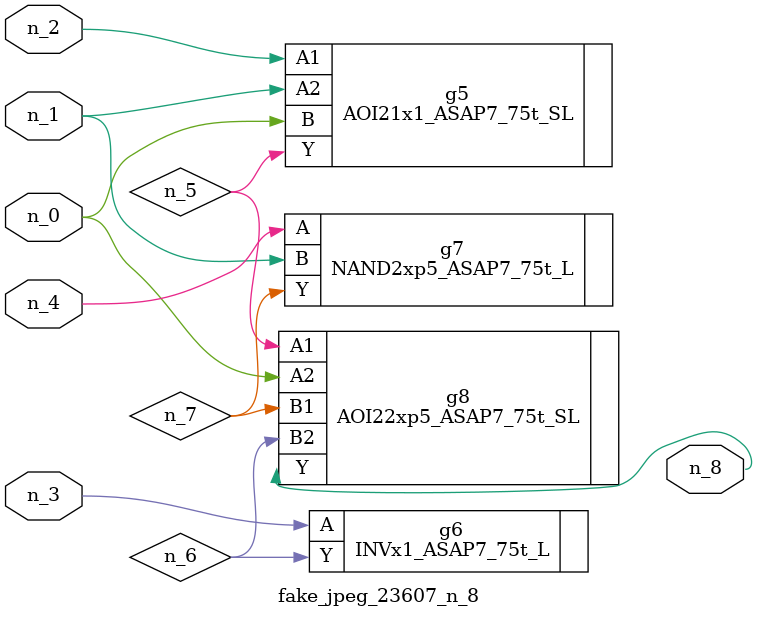
<source format=v>
module fake_jpeg_23607_n_8 (n_3, n_2, n_1, n_0, n_4, n_8);

input n_3;
input n_2;
input n_1;
input n_0;
input n_4;

output n_8;

wire n_6;
wire n_5;
wire n_7;

AOI21x1_ASAP7_75t_SL g5 ( 
.A1(n_2),
.A2(n_1),
.B(n_0),
.Y(n_5)
);

INVx1_ASAP7_75t_L g6 ( 
.A(n_3),
.Y(n_6)
);

NAND2xp5_ASAP7_75t_L g7 ( 
.A(n_4),
.B(n_1),
.Y(n_7)
);

AOI22xp5_ASAP7_75t_SL g8 ( 
.A1(n_5),
.A2(n_0),
.B1(n_7),
.B2(n_6),
.Y(n_8)
);


endmodule
</source>
